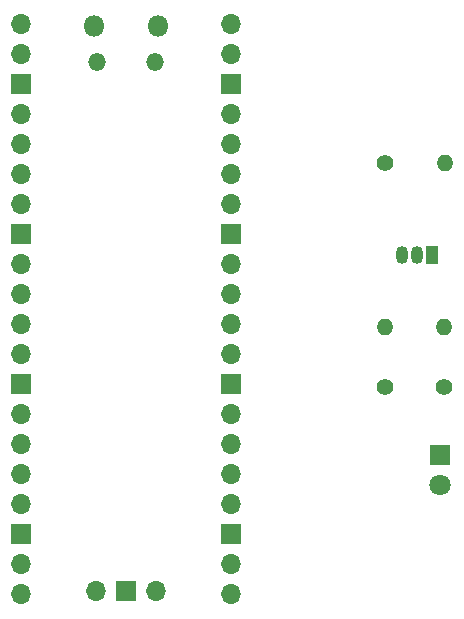
<source format=gbr>
%TF.GenerationSoftware,KiCad,Pcbnew,8.0.0*%
%TF.CreationDate,2024-03-28T10:41:24-03:00*%
%TF.ProjectId,ponderada_sem6_kicad,706f6e64-6572-4616-9461-5f73656d365f,rev?*%
%TF.SameCoordinates,Original*%
%TF.FileFunction,Soldermask,Bot*%
%TF.FilePolarity,Negative*%
%FSLAX46Y46*%
G04 Gerber Fmt 4.6, Leading zero omitted, Abs format (unit mm)*
G04 Created by KiCad (PCBNEW 8.0.0) date 2024-03-28 10:41:24*
%MOMM*%
%LPD*%
G01*
G04 APERTURE LIST*
%ADD10O,1.800000X1.800000*%
%ADD11O,1.500000X1.500000*%
%ADD12O,1.700000X1.700000*%
%ADD13R,1.700000X1.700000*%
%ADD14O,1.400000X1.400000*%
%ADD15C,1.400000*%
%ADD16C,1.800000*%
%ADD17R,1.800000X1.800000*%
%ADD18O,1.050000X1.500000*%
%ADD19R,1.050000X1.500000*%
G04 APERTURE END LIST*
D10*
%TO.C,U1*%
X118835000Y-84370000D03*
X113385000Y-84370000D03*
D11*
X113685000Y-87400000D03*
X118535000Y-87400000D03*
D12*
X107220000Y-84240000D03*
X107220000Y-86780000D03*
D13*
X107220000Y-89320000D03*
D12*
X107220000Y-91860000D03*
X107220000Y-94400000D03*
X107220000Y-96940000D03*
X107220000Y-99480000D03*
D13*
X107220000Y-102020000D03*
D12*
X107220000Y-104560000D03*
X107220000Y-107100000D03*
X107220000Y-109640000D03*
X107220000Y-112180000D03*
D13*
X107220000Y-114720000D03*
D12*
X107220000Y-117260000D03*
X107220000Y-119800000D03*
X107220000Y-122340000D03*
X107220000Y-124880000D03*
D13*
X107220000Y-127420000D03*
D12*
X107220000Y-129960000D03*
X107220000Y-132500000D03*
X125000000Y-132500000D03*
X125000000Y-129960000D03*
D13*
X125000000Y-127420000D03*
D12*
X125000000Y-124880000D03*
X125000000Y-122340000D03*
X125000000Y-119800000D03*
X125000000Y-117260000D03*
D13*
X125000000Y-114720000D03*
D12*
X125000000Y-112180000D03*
X125000000Y-109640000D03*
X125000000Y-107100000D03*
X125000000Y-104560000D03*
D13*
X125000000Y-102020000D03*
D12*
X125000000Y-99480000D03*
X125000000Y-96940000D03*
X125000000Y-94400000D03*
X125000000Y-91860000D03*
D13*
X125000000Y-89320000D03*
D12*
X125000000Y-86780000D03*
X125000000Y-84240000D03*
X113570000Y-132270000D03*
D13*
X116110000Y-132270000D03*
D12*
X118650000Y-132270000D03*
%TD*%
D14*
%TO.C,R3*%
X143090000Y-96000000D03*
D15*
X138010000Y-96000000D03*
%TD*%
D14*
%TO.C,R2*%
X143000000Y-109910000D03*
D15*
X143000000Y-114990000D03*
%TD*%
D14*
%TO.C,R1*%
X138000000Y-109910000D03*
D15*
X138000000Y-114990000D03*
%TD*%
D16*
%TO.C,D2*%
X142675000Y-123290000D03*
D17*
X142675000Y-120750000D03*
%TD*%
D18*
%TO.C,Q1*%
X139460000Y-103780000D03*
X140730000Y-103780000D03*
D19*
X142000000Y-103780000D03*
%TD*%
M02*

</source>
